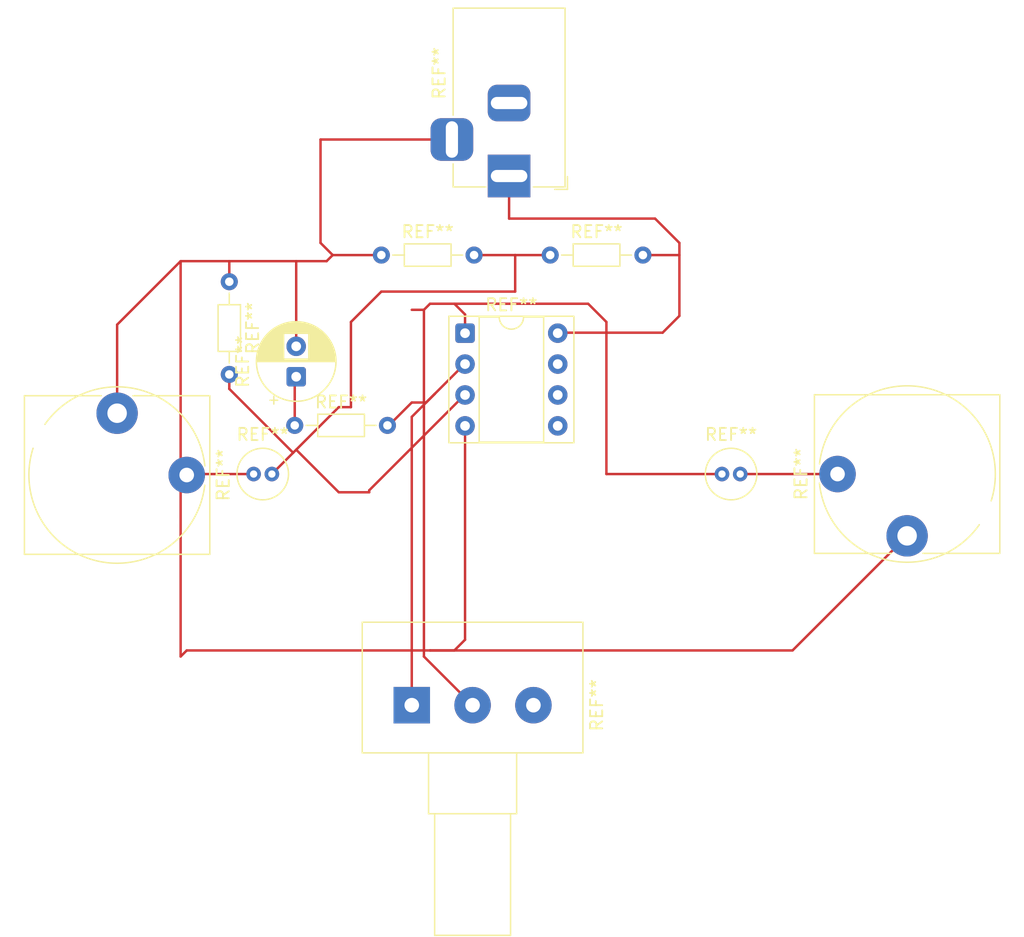
<source format=kicad_pcb>
(kicad_pcb (version 20241229) (generator "pcbnew") (generator_version "9.0")
  (layers (0 "F.Cu" signal) (2 "B.Cu" signal) (13 "F.Paste" user) (15 "B.Paste" user) (5 "F.SilkS" user "F.Silkscreen") (7 "B.SilkS" user "B.Silkscreen") (1 "F.Mask" user) (3 "B.Mask" user) (25 "Edge.Cuts" user))
  (net 0 "")
  (footprint "Package_DIP:DIP-8_W7.62mm_Socket" (layer "F.Cu") (at 144.88 78.42)
    (property "Reference" "REF**" (at 3.81 -2.33 0) (layer "F.SilkS"))
    (property "Value" "DIP-8_W7.62mm_Socket" (hide yes))
    (fp_line (start 1.16 -1.33) (end 1.16 8.95) (stroke (width 0.12)) (layer "F.SilkS"))
    (fp_line (start 1.16 8.95) (end 6.46 8.95) (stroke (width 0.12)) (layer "F.SilkS"))
    (fp_line (start 2.81 -1.33) (end 1.16 -1.33) (stroke (width 0.12)) (layer "F.SilkS"))
    (fp_line (start 6.46 -1.33) (end 4.81 -1.33) (stroke (width 0.12)) (layer "F.SilkS"))
    (fp_line (start 6.46 8.95) (end 6.46 -1.33) (stroke (width 0.12)) (layer "F.SilkS"))
    (fp_rect (start -1.33 -1.39) (end 8.95 9.01) (stroke (width 0.12)) (fill no) (layer "F.SilkS"))
    (fp_arc (start 4.81 -1.33) (mid 3.81 -0.33) (end 2.81 -1.33) (stroke (width 0.12)) (layer "F.SilkS"))
    (pad "1" thru_hole roundrect (at 0 0) (size 1.6 1.6) (drill 0.8) (layers "*.Cu" "*.Mask") (roundrect_rratio 0.15625))
    (pad "2" thru_hole circle (at 0 2.54) (size 1.6 1.6) (drill 0.8) (layers "*.Cu" "*.Mask"))
    (pad "3" thru_hole circle (at 0 5.08) (size 1.6 1.6) (drill 0.8) (layers "*.Cu" "*.Mask"))
    (pad "4" thru_hole circle (at 0 7.62) (size 1.6 1.6) (drill 0.8) (layers "*.Cu" "*.Mask"))
    (pad "5" thru_hole circle (at 7.62 7.62) (size 1.6 1.6) (drill 0.8) (layers "*.Cu" "*.Mask"))
    (pad "6" thru_hole circle (at 7.62 5.08) (size 1.6 1.6) (drill 0.8) (layers "*.Cu" "*.Mask"))
    (pad "7" thru_hole circle (at 7.62 2.54) (size 1.6 1.6) (drill 0.8) (layers "*.Cu" "*.Mask"))
    (pad "8" thru_hole circle (at 7.62 0) (size 1.6 1.6) (drill 0.8) (layers "*.Cu" "*.Mask"))
  )
  (footprint "Capacitor_THT:C_Radial_D4.0mm_H5.0mm_P1.50mm" (layer "F.Cu") (at 127.5 90)
    (property "Reference" "REF**" (at 0.75 -3.25 0) (layer "F.SilkS"))
    (property "Value" "C_Radial_D4.0mm_H5.0mm_P1.50mm")
    (fp_circle (center 0.75 0) (end 2.87 0) (stroke (width 0.12)) (fill no) (layer "F.SilkS"))
    (pad "1" thru_hole circle (at 0 0) (size 1.2 1.2) (drill 0.6) (layers "*.Cu" "*.Mask"))
    (pad "2" thru_hole circle (at 1.5 0) (size 1.2 1.2) (drill 0.6) (layers "*.Cu" "*.Mask"))
  )
  (footprint "Resistor_THT:R_Axial_DIN0204_L3.6mm_D1.6mm_P7.62mm_Horizontal" (layer "F.Cu") (at 138 72)
    (property "Reference" "REF**" (at 3.81 -1.92 0) (layer "F.SilkS"))
    (property "Value" "R_Axial_DIN0204_L3.6mm_D1.6mm_P7.62mm_Horizontal" (hide yes))
    (fp_line (start 0.94 0) (end 1.89 0) (stroke (width 0.12)) (layer "F.SilkS"))
    (fp_line (start 6.68 0) (end 5.73 0) (stroke (width 0.12)) (layer "F.SilkS"))
    (fp_rect (start 1.89 -0.92) (end 5.73 0.92) (stroke (width 0.12)) (fill no) (layer "F.SilkS"))
    (pad "1" thru_hole circle (at 0 0) (size 1.4 1.4) (drill 0.7) (layers "*.Cu" "*.Mask"))
    (pad "2" thru_hole circle (at 7.62 0) (size 1.4 1.4) (drill 0.7) (layers "*.Cu" "*.Mask"))
  )
  (footprint "Connector_Audio:Jack_6.35mm_Neutrik_NJ2FD-V_Vertical" (layer "F.Cu") (at 175.5 90 90)
    (property "Reference" "REF**" (at 0 -3 90) (layer "F.SilkS"))
    (property "Value" "Jack_6.35mm_Neutrik_NJ2FD-V_Vertical")
    (fp_line (start 6.52 -1.9) (end 6.52 13.34) (stroke (width 0.12)) (layer "F.SilkS"))
    (fp_line (start -6.52 -1.9) (end 6.52 -1.9) (stroke (width 0.12)) (layer "F.SilkS"))
    (fp_line (start -6.52 -1.9) (end -6.52 4.42) (stroke (width 0.12)) (layer "F.SilkS"))
    (fp_line (start -6.52 7.02) (end -6.52 13.34) (stroke (width 0.12)) (layer "F.SilkS"))
    (fp_line (start -6.52 13.34) (end 6.52 13.34) (stroke (width 0.12)) (layer "F.SilkS"))
    (fp_arc (start 0.84109 -1.482824) (mid 7.089049 7.247578) (end -2.2 12.63) (stroke (width 0.12)) (layer "F.SilkS"))
    (fp_arc (start -4.164153 11.6535) (mid -7.016062 3.897509) (end -0.75 -1.49) (stroke (width 0.12)) (layer "F.SilkS"))
    (pad "" np_thru_hole circle (at -3.18 12.07 270) (size 1.6 1.6) (drill 1.6) (layers "*.Cu" "*.Mask"))
    (pad "" np_thru_hole circle (at 3.81 1.91 270) (size 2.1 2.1) (drill 2.1) (layers "*.Cu" "*.Mask"))
    (pad "S" thru_hole circle (at -5.08 5.72 270) (size 3.4 3.4) (drill 1.6) (layers "*.Cu" "*.Mask"))
    (pad "T" thru_hole circle (at 0 0 270) (size 3 3) (drill 1.2) (layers "*.Cu" "*.Mask"))
  )
  (footprint "Connector_BarrelJack:BarrelJack_Horizontal" (layer "F.Cu") (at 148.5 65.5 -90)
    (property "Reference" "REF**" (at -8.45 5.75 90) (layer "F.SilkS"))
    (property "Value" "BarrelJack_Horizontal")
    (fp_line (start -13.8 4.6) (end -13.8 -4.6) (stroke (width 0.12)) (layer "F.SilkS"))
    (fp_line (start -5 4.6) (end -13.8 4.6) (stroke (width 0.12)) (layer "F.SilkS"))
    (fp_line (start 0.9 4.6) (end -1 4.6) (stroke (width 0.12)) (layer "F.SilkS"))
    (fp_line (start 0.9 1.9) (end 0.9 4.6) (stroke (width 0.12)) (layer "F.SilkS"))
    (fp_line (start 1.1 -3.75) (end 1.1 -4.8) (stroke (width 0.12)) (layer "F.SilkS"))
    (fp_line (start -13.8 -4.6) (end 0.9 -4.6) (stroke (width 0.12)) (layer "F.SilkS"))
    (fp_line (start 0.9 -4.6) (end 0.9 -2) (stroke (width 0.12)) (layer "F.SilkS"))
    (fp_line (start 0.05 -4.8) (end 1.1 -4.8) (stroke (width 0.12)) (layer "F.SilkS"))
    (pad "1" thru_hole rect (at 0 0 270) (size 3.5 3.5) (drill oval 1 3) (layers "*.Cu" "*.Mask"))
    (pad "2" thru_hole roundrect (at -6 0 270) (size 3 3.5) (drill oval 1 3) (layers "*.Cu" "*.Mask"))
    (pad "3" thru_hole roundrect (at -3 4.7 270) (size 3.5 3.5) (drill oval 3 1) (layers "*.Cu" "*.Mask"))
  )
  (footprint "Capacitor_THT:CP_Radial_D6.3mm_P2.50mm" (layer "F.Cu") (at 131 82 90)
    (property "Reference" "REF**" (at 1.25 -4.4 90) (layer "F.SilkS"))
    (property "Value" "CP_Radial_D6.3mm_P2.50mm")
    (fp_line (start 1.29 -3.23) (end 1.29 3.23) (stroke (width 0.12)) (layer "F.SilkS"))
    (fp_line (start 1.25 -3.23) (end 1.25 3.23) (stroke (width 0.12)) (layer "F.SilkS"))
    (fp_line (start 1.33 -3.229) (end 1.33 3.229) (stroke (width 0.12)) (layer "F.SilkS"))
    (fp_line (start 1.37 -3.228) (end 1.37 3.228) (stroke (width 0.12)) (layer "F.SilkS"))
    (fp_line (start 1.41 -3.226) (end 1.41 3.226) (stroke (width 0.12)) (layer "F.SilkS"))
    (fp_line (start 1.45 -3.224) (end 1.45 3.224) (stroke (width 0.12)) (layer "F.SilkS"))
    (fp_line (start 1.49 -3.221) (end 1.49 -1.04) (stroke (width 0.12)) (layer "F.SilkS"))
    (fp_line (start 1.53 -3.218) (end 1.53 -1.04) (stroke (width 0.12)) (layer "F.SilkS"))
    (fp_line (start 1.57 -3.214) (end 1.57 -1.04) (stroke (width 0.12)) (layer "F.SilkS"))
    (fp_line (start 1.61 -3.21) (end 1.61 -1.04) (stroke (width 0.12)) (layer "F.SilkS"))
    (fp_line (start 1.65 -3.205) (end 1.65 -1.04) (stroke (width 0.12)) (layer "F.SilkS"))
    (fp_line (start 1.69 -3.2) (end 1.69 -1.04) (stroke (width 0.12)) (layer "F.SilkS"))
    (fp_line (start 1.73 -3.195) (end 1.73 -1.04) (stroke (width 0.12)) (layer "F.SilkS"))
    (fp_line (start 1.77 -3.188) (end 1.77 -1.04) (stroke (width 0.12)) (layer "F.SilkS"))
    (fp_line (start 1.81 -3.182) (end 1.81 -1.04) (stroke (width 0.12)) (layer "F.SilkS"))
    (fp_line (start 1.85 -3.174) (end 1.85 -1.04) (stroke (width 0.12)) (layer "F.SilkS"))
    (fp_line (start 1.89 -3.167) (end 1.89 -1.04) (stroke (width 0.12)) (layer "F.SilkS"))
    (fp_line (start 1.93 -3.159) (end 1.93 -1.04) (stroke (width 0.12)) (layer "F.SilkS"))
    (fp_line (start 1.97 -3.15) (end 1.97 -1.04) (stroke (width 0.12)) (layer "F.SilkS"))
    (fp_line (start 2.01 -3.14) (end 2.01 -1.04) (stroke (width 0.12)) (layer "F.SilkS"))
    (fp_line (start 2.05 -3.131) (end 2.05 -1.04) (stroke (width 0.12)) (layer "F.SilkS"))
    (fp_line (start 2.09 -3.12) (end 2.09 -1.04) (stroke (width 0.12)) (layer "F.SilkS"))
    (fp_line (start 2.13 -3.109) (end 2.13 -1.04) (stroke (width 0.12)) (layer "F.SilkS"))
    (fp_line (start 2.17 -3.098) (end 2.17 -1.04) (stroke (width 0.12)) (layer "F.SilkS"))
    (fp_line (start 2.21 -3.086) (end 2.21 -1.04) (stroke (width 0.12)) (layer "F.SilkS"))
    (fp_line (start 2.25 -3.073) (end 2.25 -1.04) (stroke (width 0.12)) (layer "F.SilkS"))
    (fp_line (start 2.29 -3.06) (end 2.29 -1.04) (stroke (width 0.12)) (layer "F.SilkS"))
    (fp_line (start 2.33 -3.047) (end 2.33 -1.04) (stroke (width 0.12)) (layer "F.SilkS"))
    (fp_line (start 2.37 -3.032) (end 2.37 -1.04) (stroke (width 0.12)) (layer "F.SilkS"))
    (fp_line (start 2.41 -3.017) (end 2.41 -1.04) (stroke (width 0.12)) (layer "F.SilkS"))
    (fp_line (start 2.45 -3.002) (end 2.45 -1.04) (stroke (width 0.12)) (layer "F.SilkS"))
    (fp_line (start 2.49 -2.986) (end 2.49 -1.04) (stroke (width 0.12)) (layer "F.SilkS"))
    (fp_line (start 2.53 -2.969) (end 2.53 -1.04) (stroke (width 0.12)) (layer "F.SilkS"))
    (fp_line (start 2.57 -2.952) (end 2.57 -1.04) (stroke (width 0.12)) (layer "F.SilkS"))
    (fp_line (start 2.61 -2.934) (end 2.61 -1.04) (stroke (width 0.12)) (layer "F.SilkS"))
    (fp_line (start 2.65 -2.915) (end 2.65 -1.04) (stroke (width 0.12)) (layer "F.SilkS"))
    (fp_line (start 2.69 -2.896) (end 2.69 -1.04) (stroke (width 0.12)) (layer "F.SilkS"))
    (fp_line (start 2.73 -2.876) (end 2.73 -1.04) (stroke (width 0.12)) (layer "F.SilkS"))
    (fp_line (start 2.77 -2.855) (end 2.77 -1.04) (stroke (width 0.12)) (layer "F.SilkS"))
    (fp_line (start 2.81 -2.834) (end 2.81 -1.04) (stroke (width 0.12)) (layer "F.SilkS"))
    (fp_line (start 2.85 -2.812) (end 2.85 -1.04) (stroke (width 0.12)) (layer "F.SilkS"))
    (fp_line (start 2.89 -2.789) (end 2.89 -1.04) (stroke (width 0.12)) (layer "F.SilkS"))
    (fp_line (start 2.93 -2.765) (end 2.93 -1.04) (stroke (width 0.12)) (layer "F.SilkS"))
    (fp_line (start 2.97 -2.741) (end 2.97 -1.04) (stroke (width 0.12)) (layer "F.SilkS"))
    (fp_line (start 3.01 -2.716) (end 3.01 -1.04) (stroke (width 0.12)) (layer "F.SilkS"))
    (fp_line (start 3.05 -2.69) (end 3.05 -1.04) (stroke (width 0.12)) (layer "F.SilkS"))
    (fp_line (start 3.09 -2.663) (end 3.09 -1.04) (stroke (width 0.12)) (layer "F.SilkS"))
    (fp_line (start 3.13 -2.636) (end 3.13 -1.04) (stroke (width 0.12)) (layer "F.SilkS"))
    (fp_line (start 3.17 -2.607) (end 3.17 -1.04) (stroke (width 0.12)) (layer "F.SilkS"))
    (fp_line (start 3.21 -2.577) (end 3.21 -1.04) (stroke (width 0.12)) (layer "F.SilkS"))
    (fp_line (start 3.25 -2.547) (end 3.25 -1.04) (stroke (width 0.12)) (layer "F.SilkS"))
    (fp_line (start 3.29 -2.516) (end 3.29 -1.04) (stroke (width 0.12)) (layer "F.SilkS"))
    (fp_line (start 3.33 -2.483) (end 3.33 -1.04) (stroke (width 0.12)) (layer "F.SilkS"))
    (fp_line (start 3.37 -2.45) (end 3.37 -1.04) (stroke (width 0.12)) (layer "F.SilkS"))
    (fp_line (start 3.41 -2.415) (end 3.41 -1.04) (stroke (width 0.12)) (layer "F.SilkS"))
    (fp_line (start 3.45 -2.379) (end 3.45 -1.04) (stroke (width 0.12)) (layer "F.SilkS"))
    (fp_line (start 3.49 -2.342) (end 3.49 -1.04) (stroke (width 0.12)) (layer "F.SilkS"))
    (fp_line (start 3.53 -2.304) (end 3.53 -1.04) (stroke (width 0.12)) (layer "F.SilkS"))
    (fp_line (start 3.57 -2.264) (end 3.57 2.264) (stroke (width 0.12)) (layer "F.SilkS"))
    (fp_line (start 3.61 -2.223) (end 3.61 2.223) (stroke (width 0.12)) (layer "F.SilkS"))
    (fp_line (start 3.65 -2.181) (end 3.65 2.181) (stroke (width 0.12)) (layer "F.SilkS"))
    (fp_line (start -1.935241 -2.154) (end -1.935241 -1.524) (stroke (width 0.12)) (layer "F.SilkS"))
    (fp_line (start 3.69 -2.137) (end 3.69 2.137) (stroke (width 0.12)) (layer "F.SilkS"))
    (fp_line (start 3.73 -2.091) (end 3.73 2.091) (stroke (width 0.12)) (layer "F.SilkS"))
    (fp_line (start 3.77 -2.044) (end 3.77 2.044) (stroke (width 0.12)) (layer "F.SilkS"))
    (fp_line (start 3.81 -1.995) (end 3.81 1.995) (stroke (width 0.12)) (layer "F.SilkS"))
    (fp_line (start 3.85 -1.943) (end 3.85 1.943) (stroke (width 0.12)) (layer "F.SilkS"))
    (fp_line (start 3.89 -1.89) (end 3.89 1.89) (stroke (width 0.12)) (layer "F.SilkS"))
    (fp_line (start -2.250241 -1.839) (end -1.620241 -1.839) (stroke (width 0.12)) (layer "F.SilkS"))
    (fp_line (start 3.93 -1.834) (end 3.93 1.834) (stroke (width 0.12)) (layer "F.SilkS"))
    (fp_line (start 3.97 -1.775) (end 3.97 1.775) (stroke (width 0.12)) (layer "F.SilkS"))
    (fp_line (start 4.01 -1.714) (end 4.01 1.714) (stroke (width 0.12)) (layer "F.SilkS"))
    (fp_line (start 4.05 -1.649) (end 4.05 1.649) (stroke (width 0.12)) (layer "F.SilkS"))
    (fp_line (start 4.09 -1.581) (end 4.09 1.581) (stroke (width 0.12)) (layer "F.SilkS"))
    (fp_line (start 4.13 -1.509) (end 4.13 1.509) (stroke (width 0.12)) (layer "F.SilkS"))
    (fp_line (start 4.17 -1.432) (end 4.17 1.432) (stroke (width 0.12)) (layer "F.SilkS"))
    (fp_line (start 4.21 -1.35) (end 4.21 1.35) (stroke (width 0.12)) (layer "F.SilkS"))
    (fp_line (start 4.25 -1.261) (end 4.25 1.261) (stroke (width 0.12)) (layer "F.SilkS"))
    (fp_line (start 4.29 -1.165) (end 4.29 1.165) (stroke (width 0.12)) (layer "F.SilkS"))
    (fp_line (start 4.33 -1.058) (end 4.33 1.058) (stroke (width 0.12)) (layer "F.SilkS"))
    (fp_line (start 4.37 -0.939) (end 4.37 0.939) (stroke (width 0.12)) (layer "F.SilkS"))
    (fp_line (start 4.41 -0.801) (end 4.41 0.801) (stroke (width 0.12)) (layer "F.SilkS"))
    (fp_line (start 4.45 -0.633) (end 4.45 0.633) (stroke (width 0.12)) (layer "F.SilkS"))
    (fp_line (start 4.49 -0.402) (end 4.49 0.402) (stroke (width 0.12)) (layer "F.SilkS"))
    (fp_line (start 3.53 1.04) (end 3.53 2.304) (stroke (width 0.12)) (layer "F.SilkS"))
    (fp_line (start 3.49 1.04) (end 3.49 2.342) (stroke (width 0.12)) (layer "F.SilkS"))
    (fp_line (start 3.45 1.04) (end 3.45 2.379) (stroke (width 0.12)) (layer "F.SilkS"))
    (fp_line (start 3.41 1.04) (end 3.41 2.415) (stroke (width 0.12)) (layer "F.SilkS"))
    (fp_line (start 3.37 1.04) (end 3.37 2.45) (stroke (width 0.12)) (layer "F.SilkS"))
    (fp_line (start 3.33 1.04) (end 3.33 2.483) (stroke (width 0.12)) (layer "F.SilkS"))
    (fp_line (start 3.29 1.04) (end 3.29 2.516) (stroke (width 0.12)) (layer "F.SilkS"))
    (fp_line (start 3.25 1.04) (end 3.25 2.547) (stroke (width 0.12)) (layer "F.SilkS"))
    (fp_line (start 3.21 1.04) (end 3.21 2.577) (stroke (width 0.12)) (layer "F.SilkS"))
    (fp_line (start 3.17 1.04) (end 3.17 2.607) (stroke (width 0.12)) (layer "F.SilkS"))
    (fp_line (start 3.13 1.04) (end 3.13 2.636) (stroke (width 0.12)) (layer "F.SilkS"))
    (fp_line (start 3.09 1.04) (end 3.09 2.663) (stroke (width 0.12)) (layer "F.SilkS"))
    (fp_line (start 3.05 1.04) (end 3.05 2.69) (stroke (width 0.12)) (layer "F.SilkS"))
    (fp_line (start 3.01 1.04) (end 3.01 2.716) (stroke (width 0.12)) (layer "F.SilkS"))
    (fp_line (start 2.97 1.04) (end 2.97 2.741) (stroke (width 0.12)) (layer "F.SilkS"))
    (fp_line (start 2.93 1.04) (end 2.93 2.765) (stroke (width 0.12)) (layer "F.SilkS"))
    (fp_line (start 2.89 1.04) (end 2.89 2.789) (stroke (width 0.12)) (layer "F.SilkS"))
    (fp_line (start 2.85 1.04) (end 2.85 2.812) (stroke (width 0.12)) (layer "F.SilkS"))
    (fp_line (start 2.81 1.04) (end 2.81 2.834) (stroke (width 0.12)) (layer "F.SilkS"))
    (fp_line (start 2.77 1.04) (end 2.77 2.855) (stroke (width 0.12)) (layer "F.SilkS"))
    (fp_line (start 2.73 1.04) (end 2.73 2.876) (stroke (width 0.12)) (layer "F.SilkS"))
    (fp_line (start 2.69 1.04) (end 2.69 2.896) (stroke (width 0.12)) (layer "F.SilkS"))
    (fp_line (start 2.65 1.04) (end 2.65 2.915) (stroke (width 0.12)) (layer "F.SilkS"))
    (fp_line (start 2.61 1.04) (end 2.61 2.934) (stroke (width 0.12)) (layer "F.SilkS"))
    (fp_line (start 2.57 1.04) (end 2.57 2.952) (stroke (width 0.12)) (layer "F.SilkS"))
    (fp_line (start 2.53 1.04) (end 2.53 2.969) (stroke (width 0.12)) (layer "F.SilkS"))
    (fp_line (start 2.49 1.04) (end 2.49 2.986) (stroke (width 0.12)) (layer "F.SilkS"))
    (fp_line (start 2.45 1.04) (end 2.45 3.002) (stroke (width 0.12)) (layer "F.SilkS"))
    (fp_line (start 2.41 1.04) (end 2.41 3.017) (stroke (width 0.12)) (layer "F.SilkS"))
    (fp_line (start 2.37 1.04) (end 2.37 3.032) (stroke (width 0.12)) (layer "F.SilkS"))
    (fp_line (start 2.33 1.04) (end 2.33 3.047) (stroke (width 0.12)) (layer "F.SilkS"))
    (fp_line (start 2.29 1.04) (end 2.29 3.06) (stroke (width 0.12)) (layer "F.SilkS"))
    (fp_line (start 2.25 1.04) (end 2.25 3.073) (stroke (width 0.12)) (layer "F.SilkS"))
    (fp_line (start 2.21 1.04) (end 2.21 3.086) (stroke (width 0.12)) (layer "F.SilkS"))
    (fp_line (start 2.17 1.04) (end 2.17 3.098) (stroke (width 0.12)) (layer "F.SilkS"))
    (fp_line (start 2.13 1.04) (end 2.13 3.109) (stroke (width 0.12)) (layer "F.SilkS"))
    (fp_line (start 2.09 1.04) (end 2.09 3.12) (stroke (width 0.12)) (layer "F.SilkS"))
    (fp_line (start 2.05 1.04) (end 2.05 3.131) (stroke (width 0.12)) (layer "F.SilkS"))
    (fp_line (start 2.01 1.04) (end 2.01 3.14) (stroke (width 0.12)) (layer "F.SilkS"))
    (fp_line (start 1.97 1.04) (end 1.97 3.15) (stroke (width 0.12)) (layer "F.SilkS"))
    (fp_line (start 1.93 1.04) (end 1.93 3.159) (stroke (width 0.12)) (layer "F.SilkS"))
    (fp_line (start 1.89 1.04) (end 1.89 3.167) (stroke (width 0.12)) (layer "F.SilkS"))
    (fp_line (start 1.85 1.04) (end 1.85 3.174) (stroke (width 0.12)) (layer "F.SilkS"))
    (fp_line (start 1.81 1.04) (end 1.81 3.182) (stroke (width 0.12)) (layer "F.SilkS"))
    (fp_line (start 1.77 1.04) (end 1.77 3.188) (stroke (width 0.12)) (layer "F.SilkS"))
    (fp_line (start 1.73 1.04) (end 1.73 3.195) (stroke (width 0.12)) (layer "F.SilkS"))
    (fp_line (start 1.69 1.04) (end 1.69 3.2) (stroke (width 0.12)) (layer "F.SilkS"))
    (fp_line (start 1.65 1.04) (end 1.65 3.205) (stroke (width 0.12)) (layer "F.SilkS"))
    (fp_line (start 1.61 1.04) (end 1.61 3.21) (stroke (width 0.12)) (layer "F.SilkS"))
    (fp_line (start 1.57 1.04) (end 1.57 3.214) (stroke (width 0.12)) (layer "F.SilkS"))
    (fp_line (start 1.53 1.04) (end 1.53 3.218) (stroke (width 0.12)) (layer "F.SilkS"))
    (fp_line (start 1.49 1.04) (end 1.49 3.221) (stroke (width 0.12)) (layer "F.SilkS"))
    (fp_circle (center 1.25 0) (end 4.52 0) (stroke (width 0.12)) (fill no) (layer "F.SilkS"))
    (pad "1" thru_hole roundrect (at 0 0 90) (size 1.6 1.6) (drill 0.8) (layers "*.Cu" "*.Mask") (roundrect_rratio 0.15625))
    (pad "2" thru_hole circle (at 2.5 0 90) (size 1.6 1.6) (drill 0.8) (layers "*.Cu" "*.Mask"))
  )
  (footprint "Resistor_THT:R_Axial_DIN0204_L3.6mm_D1.6mm_P7.62mm_Horizontal" (layer "F.Cu") (at 151.88 72)
    (property "Reference" "REF**" (at 3.81 -1.92 0) (layer "F.SilkS"))
    (property "Value" "R_Axial_DIN0204_L3.6mm_D1.6mm_P7.62mm_Horizontal" (hide yes))
    (fp_line (start 0.94 0) (end 1.89 0) (stroke (width 0.12)) (layer "F.SilkS"))
    (fp_line (start 6.68 0) (end 5.73 0) (stroke (width 0.12)) (layer "F.SilkS"))
    (fp_rect (start 1.89 -0.92) (end 5.73 0.92) (stroke (width 0.12)) (fill no) (layer "F.SilkS"))
    (pad "1" thru_hole circle (at 0 0) (size 1.4 1.4) (drill 0.7) (layers "*.Cu" "*.Mask"))
    (pad "2" thru_hole circle (at 7.62 0) (size 1.4 1.4) (drill 0.7) (layers "*.Cu" "*.Mask"))
  )
  (footprint "Capacitor_THT:C_Radial_D4.0mm_H5.0mm_P1.50mm" (layer "F.Cu") (at 166 90)
    (property "Reference" "REF**" (at 0.75 -3.25 0) (layer "F.SilkS"))
    (property "Value" "C_Radial_D4.0mm_H5.0mm_P1.50mm")
    (fp_circle (center 0.75 0) (end 2.87 0) (stroke (width 0.12)) (fill no) (layer "F.SilkS"))
    (pad "1" thru_hole circle (at 0 0) (size 1.2 1.2) (drill 0.6) (layers "*.Cu" "*.Mask"))
    (pad "2" thru_hole circle (at 1.5 0) (size 1.2 1.2) (drill 0.6) (layers "*.Cu" "*.Mask"))
  )
  (footprint "Resistor_THT:R_Axial_DIN0204_L3.6mm_D1.6mm_P7.62mm_Horizontal" (layer "F.Cu") (at 125.5 74.19 -90)
    (property "Reference" "REF**" (at 3.81 -1.92 90) (layer "F.SilkS"))
    (property "Value" "R_Axial_DIN0204_L3.6mm_D1.6mm_P7.62mm_Horizontal" (hide yes))
    (fp_line (start 0.94 0) (end 1.89 0) (stroke (width 0.12)) (layer "F.SilkS"))
    (fp_line (start 6.68 0) (end 5.73 0) (stroke (width 0.12)) (layer "F.SilkS"))
    (fp_rect (start 1.89 -0.92) (end 5.73 0.92) (stroke (width 0.12)) (fill no) (layer "F.SilkS"))
    (pad "1" thru_hole circle (at 0 0 270) (size 1.4 1.4) (drill 0.7) (layers "*.Cu" "*.Mask"))
    (pad "2" thru_hole circle (at 7.62 0 270) (size 1.4 1.4) (drill 0.7) (layers "*.Cu" "*.Mask"))
  )
  (footprint "Connector_Audio:Jack_6.35mm_Neutrik_NJ2FD-V_Vertical" (layer "F.Cu") (at 122 90.08 -90)
    (property "Reference" "REF**" (at 0 -3 90) (layer "F.SilkS"))
    (property "Value" "Jack_6.35mm_Neutrik_NJ2FD-V_Vertical")
    (fp_line (start -6.52 13.34) (end 6.52 13.34) (stroke (width 0.12)) (layer "F.SilkS"))
    (fp_line (start -6.52 7.02) (end -6.52 13.34) (stroke (width 0.12)) (layer "F.SilkS"))
    (fp_line (start -6.52 -1.9) (end -6.52 4.42) (stroke (width 0.12)) (layer "F.SilkS"))
    (fp_line (start -6.52 -1.9) (end 6.52 -1.9) (stroke (width 0.12)) (layer "F.SilkS"))
    (fp_line (start 6.52 -1.9) (end 6.52 13.34) (stroke (width 0.12)) (layer "F.SilkS"))
    (fp_arc (start -4.164153 11.6535) (mid -7.016062 3.897509) (end -0.75 -1.49) (stroke (width 0.12)) (layer "F.SilkS"))
    (fp_arc (start 0.84109 -1.482824) (mid 7.089049 7.247578) (end -2.2 12.63) (stroke (width 0.12)) (layer "F.SilkS"))
    (pad "" np_thru_hole circle (at -3.18 12.07 90) (size 1.6 1.6) (drill 1.6) (layers "*.Cu" "*.Mask"))
    (pad "" np_thru_hole circle (at 3.81 1.91 90) (size 2.1 2.1) (drill 2.1) (layers "*.Cu" "*.Mask"))
    (pad "S" thru_hole circle (at -5.08 5.72 90) (size 3.4 3.4) (drill 1.6) (layers "*.Cu" "*.Mask"))
    (pad "T" thru_hole circle (at 0 0 90) (size 3 3) (drill 1.2) (layers "*.Cu" "*.Mask"))
  )
  (footprint "Potentiometer_THT:Potentiometer_Alps_RK163_Single_Horizontal" (layer "F.Cu") (at 140.5 109 90)
    (property "Reference" "REF**" (at 0 15.2 90) (layer "F.SilkS"))
    (property "Value" "Potentiometer_Alps_RK163_Single_Horizontal")
    (fp_line (start 6.82 -4.07) (end -3.92 -4.07) (stroke (width 0.12)) (layer "F.SilkS"))
    (fp_line (start -3.92 1.38) (end -8.92 1.38) (stroke (width 0.12)) (layer "F.SilkS"))
    (fp_line (start -8.92 1.88) (end -18.92 1.88) (stroke (width 0.12)) (layer "F.SilkS"))
    (fp_line (start -8.92 8.12) (end -18.92 8.12) (stroke (width 0.12)) (layer "F.SilkS"))
    (fp_line (start -18.92 8.12) (end -18.92 1.88) (stroke (width 0.12)) (layer "F.SilkS"))
    (fp_line (start -3.92 8.62) (end -8.92 8.62) (stroke (width 0.12)) (layer "F.SilkS"))
    (fp_line (start -8.92 8.62) (end -8.92 1.38) (stroke (width 0.12)) (layer "F.SilkS"))
    (fp_line (start 6.82 14.07) (end 6.82 -4.07) (stroke (width 0.12)) (layer "F.SilkS"))
    (fp_line (start 6.82 14.07) (end -3.92 14.07) (stroke (width 0.12)) (layer "F.SilkS"))
    (fp_line (start -3.92 14.07) (end -3.92 -4.07) (stroke (width 0.12)) (layer "F.SilkS"))
    (pad "1" thru_hole rect (at 0 0 270) (size 3 3) (drill 1.2) (layers "*.Cu" "*.Mask"))
    (pad "2" thru_hole circle (at 0 5 270) (size 3 3) (drill 1.2) (layers "*.Cu" "*.Mask"))
    (pad "3" thru_hole circle (at 0 10 270) (size 3 3) (drill 1.2) (layers "*.Cu" "*.Mask"))
  )
  (footprint "Resistor_THT:R_Axial_DIN0204_L3.6mm_D1.6mm_P7.62mm_Horizontal" (layer "F.Cu") (at 130.88 86)
    (property "Reference" "REF**" (at 3.81 -1.92 0) (layer "F.SilkS"))
    (property "Value" "R_Axial_DIN0204_L3.6mm_D1.6mm_P7.62mm_Horizontal" (hide yes))
    (fp_line (start 0.94 0) (end 1.89 0) (stroke (width 0.12)) (layer "F.SilkS"))
    (fp_line (start 6.68 0) (end 5.73 0) (stroke (width 0.12)) (layer "F.SilkS"))
    (fp_rect (start 1.89 -0.92) (end 5.73 0.92) (stroke (width 0.12)) (fill no) (layer "F.SilkS"))
    (pad "1" thru_hole circle (at 0 0) (size 1.4 1.4) (drill 0.7) (layers "*.Cu" "*.Mask"))
    (pad "2" thru_hole circle (at 7.62 0) (size 1.4 1.4) (drill 0.7) (layers "*.Cu" "*.Mask"))
  )
  (segment (start 148.5 69) (end 160.5 69) (width 0.2) (layer "F.Cu") (net 0))
  (segment (start 131 79.5) (end 131 72.5) (width 0.2) (layer "F.Cu") (net 0))
  (segment (start 130.88 86) (end 130.88 82.12) (width 0.2) (layer "F.Cu") (net 0))
  (segment (start 144.88 86) (end 144.88 103.62) (width 0.2) (layer "F.Cu") (net 0))
  (segment (start 148.5 65.5) (end 148.5 69) (width 0.2) (layer "F.Cu") (net 0))
  (segment (start 145.5 109) (end 141.5 105) (width 0.2) (layer "F.Cu") (net 0))
  (segment (start 142 104.5) (end 122 104.5) (width 0.2) (layer "F.Cu") (net 0))
  (segment (start 134 72) (end 137.88 72) (width 0.2) (layer "F.Cu") (net 0))
  (segment (start 149 75) (end 138 75) (width 0.2) (layer "F.Cu") (net 0))
  (segment (start 140.5 109) (end 140.5 85.3) (width 0.2) (layer "F.Cu") (net 0))
  (segment (start 138 75) (end 135.5 77.5) (width 0.2) (layer "F.Cu") (net 0))
  (segment (start 130.75 88.25) (end 131 88) (width 0.2) (layer "F.Cu") (net 0))
  (segment (start 155 76) (end 156.5 77.5) (width 0.2) (layer "F.Cu") (net 0))
  (segment (start 116.28 84.92) (end 116.28 77.72) (width 0.2) (layer "F.Cu") (net 0))
  (segment (start 121.5 72.5) (end 125.5 72.5) (width 0.2) (layer "F.Cu") (net 0))
  (segment (start 129 90) (end 130.75 88.25) (width 0.2) (layer "F.Cu") (net 0))
  (segment (start 145.62 72) (end 149 72) (width 0.2) (layer "F.Cu") (net 0))
  (segment (start 134.5 84.5) (end 131 88) (width 0.2) (layer "F.Cu") (net 0))
  (segment (start 143.8 62.5) (end 133 62.5) (width 0.2) (layer "F.Cu") (net 0))
  (segment (start 134.5 91.5) (end 131 88) (width 0.2) (layer "F.Cu") (net 0))
  (segment (start 142.4 83.4) (end 144.88 80.92) (width 0.2) (layer "F.Cu") (net 0))
  (segment (start 125.5 81.81) (end 125.5 83) (width 0.2) (layer "F.Cu") (net 0))
  (segment (start 152.5 78.38) (end 161.12 78.38) (width 0.2) (layer "F.Cu") (net 0))
  (segment (start 125.5 74.19) (end 125.5 72.5) (width 0.2) (layer "F.Cu") (net 0))
  (segment (start 144.88 78.38) (end 144.88 76.88) (width 0.2) (layer "F.Cu") (net 0))
  (segment (start 144.88 103.62) (end 144 104.5) (width 0.2) (layer "F.Cu") (net 0))
  (segment (start 142 76) (end 141.5 76.5) (width 0.2) (layer "F.Cu") (net 0))
  (segment (start 149 72) (end 151.69 72) (width 0.2) (layer "F.Cu") (net 0))
  (segment (start 162.5 77) (end 162.5 72) (width 0.2) (layer "F.Cu") (net 0))
  (segment (start 144.88 83.46) (end 137 91.34) (width 0.2) (layer "F.Cu") (net 0))
  (segment (start 171.8 104.5) (end 142 104.5) (width 0.2) (layer "F.Cu") (net 0))
  (segment (start 141.5 76.5) (end 140.5 76.5) (width 0.2) (layer "F.Cu") (net 0))
  (segment (start 162.5 72) (end 159.5 72) (width 0.2) (layer "F.Cu") (net 0))
  (segment (start 122 104.5) (end 121.5 105) (width 0.2) (layer "F.Cu") (net 0))
  (segment (start 162.5 71) (end 162.5 72) (width 0.2) (layer "F.Cu") (net 0))
  (segment (start 137 91.5) (end 134.5 91.5) (width 0.2) (layer "F.Cu") (net 0))
  (segment (start 135.5 77.5) (end 135.5 84.5) (width 0.2) (layer "F.Cu") (net 0))
  (segment (start 138.62 86) (end 138.5 86) (width 0.2) (layer "F.Cu") (net 0))
  (segment (start 141.68 84.12) (end 142.4 83.4) (width 0.2) (layer "F.Cu") (net 0))
  (segment (start 122 90) (end 127.5 90) (width 0.2) (layer "F.Cu") (net 0))
  (segment (start 144 104.5) (end 142 104.5) (width 0.2) (layer "F.Cu") (net 0))
  (segment (start 149 72) (end 149 75) (width 0.2) (layer "F.Cu") (net 0))
  (segment (start 134 72) (end 133 71) (width 0.2) (layer "F.Cu") (net 0))
  (segment (start 133 62.5) (end 133 71) (width 0.2) (layer "F.Cu") (net 0))
  (segment (start 144.88 76.88) (end 144 76) (width 0.2) (layer "F.Cu") (net 0))
  (segment (start 140.5 85.3) (end 142.4 83.4) (width 0.2) (layer "F.Cu") (net 0))
  (segment (start 156.5 77.5) (end 156.5 90) (width 0.2) (layer "F.Cu") (net 0))
  (segment (start 130.88 82.12) (end 131 82) (width 0.2) (layer "F.Cu") (net 0))
  (segment (start 160.5 69) (end 162.5 71) (width 0.2) (layer "F.Cu") (net 0))
  (segment (start 133.5 72.5) (end 134 72) (width 0.2) (layer "F.Cu") (net 0))
  (segment (start 167.25 90) (end 175.5 90) (width 0.2) (layer "F.Cu") (net 0))
  (segment (start 161.12 78.38) (end 162.5 77) (width 0.2) (layer "F.Cu") (net 0))
  (segment (start 140.5 84.12) (end 141.68 84.12) (width 0.2) (layer "F.Cu") (net 0))
  (segment (start 156.5 90) (end 165.75 90) (width 0.2) (layer "F.Cu") (net 0))
  (segment (start 144 76) (end 155 76) (width 0.2) (layer "F.Cu") (net 0))
  (segment (start 181.22 95.08) (end 171.8 104.5) (width 0.2) (layer "F.Cu") (net 0))
  (segment (start 116.28 77.72) (end 121.5 72.5) (width 0.2) (layer "F.Cu") (net 0))
  (segment (start 141.5 105) (end 141.5 76.5) (width 0.2) (layer "F.Cu") (net 0))
  (segment (start 121.5 105) (end 121.5 72.5) (width 0.2) (layer "F.Cu") (net 0))
  (segment (start 144 76) (end 142 76) (width 0.2) (layer "F.Cu") (net 0))
  (segment (start 125.5 83) (end 130.75 88.25) (width 0.2) (layer "F.Cu") (net 0))
  (segment (start 135.5 84.5) (end 134.5 84.5) (width 0.2) (layer "F.Cu") (net 0))
  (segment (start 131 72.5) (end 133.5 72.5) (width 0.2) (layer "F.Cu") (net 0))
  (segment (start 125.5 72.5) (end 131 72.5) (width 0.2) (layer "F.Cu") (net 0))
  (segment (start 140.5 84.12) (end 138.62 86) (width 0.2) (layer "F.Cu") (net 0))
  (segment (start 137 91.34) (end 137 91.5) (width 0.2) (layer "F.Cu") (net 0))
)
</source>
